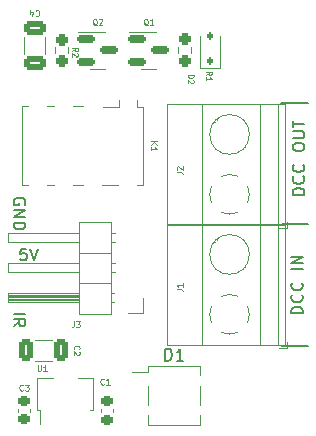
<source format=gbr>
%TF.GenerationSoftware,KiCad,Pcbnew,7.0.7*%
%TF.CreationDate,2023-09-06T14:49:37+02:00*%
%TF.ProjectId,keerlusRelais,6b656572-6c75-4735-9265-6c6169732e6b,rev?*%
%TF.SameCoordinates,Original*%
%TF.FileFunction,Legend,Top*%
%TF.FilePolarity,Positive*%
%FSLAX46Y46*%
G04 Gerber Fmt 4.6, Leading zero omitted, Abs format (unit mm)*
G04 Created by KiCad (PCBNEW 7.0.7) date 2023-09-06 14:49:37*
%MOMM*%
%LPD*%
G01*
G04 APERTURE LIST*
G04 Aperture macros list*
%AMRoundRect*
0 Rectangle with rounded corners*
0 $1 Rounding radius*
0 $2 $3 $4 $5 $6 $7 $8 $9 X,Y pos of 4 corners*
0 Add a 4 corners polygon primitive as box body*
4,1,4,$2,$3,$4,$5,$6,$7,$8,$9,$2,$3,0*
0 Add four circle primitives for the rounded corners*
1,1,$1+$1,$2,$3*
1,1,$1+$1,$4,$5*
1,1,$1+$1,$6,$7*
1,1,$1+$1,$8,$9*
0 Add four rect primitives between the rounded corners*
20,1,$1+$1,$2,$3,$4,$5,0*
20,1,$1+$1,$4,$5,$6,$7,0*
20,1,$1+$1,$6,$7,$8,$9,0*
20,1,$1+$1,$8,$9,$2,$3,0*%
%AMFreePoly0*
4,1,9,3.862500,-0.866500,0.737500,-0.866500,0.737500,-0.450000,-0.737500,-0.450000,-0.737500,0.450000,0.737500,0.450000,0.737500,0.866500,3.862500,0.866500,3.862500,-0.866500,3.862500,-0.866500,$1*%
G04 Aperture macros list end*
%ADD10C,0.150000*%
%ADD11C,0.075000*%
%ADD12C,0.120000*%
%ADD13R,2.600000X2.600000*%
%ADD14C,2.600000*%
%ADD15RoundRect,0.237500X-0.237500X0.250000X-0.237500X-0.250000X0.237500X-0.250000X0.237500X0.250000X0*%
%ADD16R,1.700000X1.700000*%
%ADD17O,1.700000X1.700000*%
%ADD18RoundRect,0.225000X-0.250000X0.225000X-0.250000X-0.225000X0.250000X-0.225000X0.250000X0.225000X0*%
%ADD19R,0.800000X1.800000*%
%ADD20RoundRect,0.237500X0.237500X-0.250000X0.237500X0.250000X-0.237500X0.250000X-0.237500X-0.250000X0*%
%ADD21RoundRect,0.150000X-0.587500X-0.150000X0.587500X-0.150000X0.587500X0.150000X-0.587500X0.150000X0*%
%ADD22RoundRect,0.250000X0.650000X-0.325000X0.650000X0.325000X-0.650000X0.325000X-0.650000X-0.325000X0*%
%ADD23R,1.000000X0.800000*%
%ADD24R,0.900000X1.300000*%
%ADD25FreePoly0,90.000000*%
%ADD26C,3.200000*%
%ADD27RoundRect,0.112500X0.112500X-0.187500X0.112500X0.187500X-0.112500X0.187500X-0.112500X-0.187500X0*%
%ADD28RoundRect,0.250000X-0.325000X-0.650000X0.325000X-0.650000X0.325000X0.650000X-0.325000X0.650000X0*%
G04 APERTURE END LIST*
D10*
X192024000Y-63373000D02*
X194310000Y-63373000D01*
X192151000Y-73660000D02*
X194310000Y-73660000D01*
X192151000Y-83947000D02*
X194310000Y-83947000D01*
X193925819Y-81197220D02*
X192925819Y-81197220D01*
X192925819Y-81197220D02*
X192925819Y-80959125D01*
X192925819Y-80959125D02*
X192973438Y-80816268D01*
X192973438Y-80816268D02*
X193068676Y-80721030D01*
X193068676Y-80721030D02*
X193163914Y-80673411D01*
X193163914Y-80673411D02*
X193354390Y-80625792D01*
X193354390Y-80625792D02*
X193497247Y-80625792D01*
X193497247Y-80625792D02*
X193687723Y-80673411D01*
X193687723Y-80673411D02*
X193782961Y-80721030D01*
X193782961Y-80721030D02*
X193878200Y-80816268D01*
X193878200Y-80816268D02*
X193925819Y-80959125D01*
X193925819Y-80959125D02*
X193925819Y-81197220D01*
X193830580Y-79625792D02*
X193878200Y-79673411D01*
X193878200Y-79673411D02*
X193925819Y-79816268D01*
X193925819Y-79816268D02*
X193925819Y-79911506D01*
X193925819Y-79911506D02*
X193878200Y-80054363D01*
X193878200Y-80054363D02*
X193782961Y-80149601D01*
X193782961Y-80149601D02*
X193687723Y-80197220D01*
X193687723Y-80197220D02*
X193497247Y-80244839D01*
X193497247Y-80244839D02*
X193354390Y-80244839D01*
X193354390Y-80244839D02*
X193163914Y-80197220D01*
X193163914Y-80197220D02*
X193068676Y-80149601D01*
X193068676Y-80149601D02*
X192973438Y-80054363D01*
X192973438Y-80054363D02*
X192925819Y-79911506D01*
X192925819Y-79911506D02*
X192925819Y-79816268D01*
X192925819Y-79816268D02*
X192973438Y-79673411D01*
X192973438Y-79673411D02*
X193021057Y-79625792D01*
X193830580Y-78625792D02*
X193878200Y-78673411D01*
X193878200Y-78673411D02*
X193925819Y-78816268D01*
X193925819Y-78816268D02*
X193925819Y-78911506D01*
X193925819Y-78911506D02*
X193878200Y-79054363D01*
X193878200Y-79054363D02*
X193782961Y-79149601D01*
X193782961Y-79149601D02*
X193687723Y-79197220D01*
X193687723Y-79197220D02*
X193497247Y-79244839D01*
X193497247Y-79244839D02*
X193354390Y-79244839D01*
X193354390Y-79244839D02*
X193163914Y-79197220D01*
X193163914Y-79197220D02*
X193068676Y-79149601D01*
X193068676Y-79149601D02*
X192973438Y-79054363D01*
X192973438Y-79054363D02*
X192925819Y-78911506D01*
X192925819Y-78911506D02*
X192925819Y-78816268D01*
X192925819Y-78816268D02*
X192973438Y-78673411D01*
X192973438Y-78673411D02*
X193021057Y-78625792D01*
X193925819Y-77435315D02*
X192925819Y-77435315D01*
X193925819Y-76959125D02*
X192925819Y-76959125D01*
X192925819Y-76959125D02*
X193925819Y-76387697D01*
X193925819Y-76387697D02*
X192925819Y-76387697D01*
X170484969Y-75704819D02*
X170008779Y-75704819D01*
X170008779Y-75704819D02*
X169961160Y-76181009D01*
X169961160Y-76181009D02*
X170008779Y-76133390D01*
X170008779Y-76133390D02*
X170104017Y-76085771D01*
X170104017Y-76085771D02*
X170342112Y-76085771D01*
X170342112Y-76085771D02*
X170437350Y-76133390D01*
X170437350Y-76133390D02*
X170484969Y-76181009D01*
X170484969Y-76181009D02*
X170532588Y-76276247D01*
X170532588Y-76276247D02*
X170532588Y-76514342D01*
X170532588Y-76514342D02*
X170484969Y-76609580D01*
X170484969Y-76609580D02*
X170437350Y-76657200D01*
X170437350Y-76657200D02*
X170342112Y-76704819D01*
X170342112Y-76704819D02*
X170104017Y-76704819D01*
X170104017Y-76704819D02*
X170008779Y-76657200D01*
X170008779Y-76657200D02*
X169961160Y-76609580D01*
X170818303Y-75704819D02*
X171151636Y-76704819D01*
X171151636Y-76704819D02*
X171484969Y-75704819D01*
X194052819Y-71164220D02*
X193052819Y-71164220D01*
X193052819Y-71164220D02*
X193052819Y-70926125D01*
X193052819Y-70926125D02*
X193100438Y-70783268D01*
X193100438Y-70783268D02*
X193195676Y-70688030D01*
X193195676Y-70688030D02*
X193290914Y-70640411D01*
X193290914Y-70640411D02*
X193481390Y-70592792D01*
X193481390Y-70592792D02*
X193624247Y-70592792D01*
X193624247Y-70592792D02*
X193814723Y-70640411D01*
X193814723Y-70640411D02*
X193909961Y-70688030D01*
X193909961Y-70688030D02*
X194005200Y-70783268D01*
X194005200Y-70783268D02*
X194052819Y-70926125D01*
X194052819Y-70926125D02*
X194052819Y-71164220D01*
X193957580Y-69592792D02*
X194005200Y-69640411D01*
X194005200Y-69640411D02*
X194052819Y-69783268D01*
X194052819Y-69783268D02*
X194052819Y-69878506D01*
X194052819Y-69878506D02*
X194005200Y-70021363D01*
X194005200Y-70021363D02*
X193909961Y-70116601D01*
X193909961Y-70116601D02*
X193814723Y-70164220D01*
X193814723Y-70164220D02*
X193624247Y-70211839D01*
X193624247Y-70211839D02*
X193481390Y-70211839D01*
X193481390Y-70211839D02*
X193290914Y-70164220D01*
X193290914Y-70164220D02*
X193195676Y-70116601D01*
X193195676Y-70116601D02*
X193100438Y-70021363D01*
X193100438Y-70021363D02*
X193052819Y-69878506D01*
X193052819Y-69878506D02*
X193052819Y-69783268D01*
X193052819Y-69783268D02*
X193100438Y-69640411D01*
X193100438Y-69640411D02*
X193148057Y-69592792D01*
X193957580Y-68592792D02*
X194005200Y-68640411D01*
X194005200Y-68640411D02*
X194052819Y-68783268D01*
X194052819Y-68783268D02*
X194052819Y-68878506D01*
X194052819Y-68878506D02*
X194005200Y-69021363D01*
X194005200Y-69021363D02*
X193909961Y-69116601D01*
X193909961Y-69116601D02*
X193814723Y-69164220D01*
X193814723Y-69164220D02*
X193624247Y-69211839D01*
X193624247Y-69211839D02*
X193481390Y-69211839D01*
X193481390Y-69211839D02*
X193290914Y-69164220D01*
X193290914Y-69164220D02*
X193195676Y-69116601D01*
X193195676Y-69116601D02*
X193100438Y-69021363D01*
X193100438Y-69021363D02*
X193052819Y-68878506D01*
X193052819Y-68878506D02*
X193052819Y-68783268D01*
X193052819Y-68783268D02*
X193100438Y-68640411D01*
X193100438Y-68640411D02*
X193148057Y-68592792D01*
X193052819Y-67211839D02*
X193052819Y-67021363D01*
X193052819Y-67021363D02*
X193100438Y-66926125D01*
X193100438Y-66926125D02*
X193195676Y-66830887D01*
X193195676Y-66830887D02*
X193386152Y-66783268D01*
X193386152Y-66783268D02*
X193719485Y-66783268D01*
X193719485Y-66783268D02*
X193909961Y-66830887D01*
X193909961Y-66830887D02*
X194005200Y-66926125D01*
X194005200Y-66926125D02*
X194052819Y-67021363D01*
X194052819Y-67021363D02*
X194052819Y-67211839D01*
X194052819Y-67211839D02*
X194005200Y-67307077D01*
X194005200Y-67307077D02*
X193909961Y-67402315D01*
X193909961Y-67402315D02*
X193719485Y-67449934D01*
X193719485Y-67449934D02*
X193386152Y-67449934D01*
X193386152Y-67449934D02*
X193195676Y-67402315D01*
X193195676Y-67402315D02*
X193100438Y-67307077D01*
X193100438Y-67307077D02*
X193052819Y-67211839D01*
X193052819Y-66354696D02*
X193862342Y-66354696D01*
X193862342Y-66354696D02*
X193957580Y-66307077D01*
X193957580Y-66307077D02*
X194005200Y-66259458D01*
X194005200Y-66259458D02*
X194052819Y-66164220D01*
X194052819Y-66164220D02*
X194052819Y-65973744D01*
X194052819Y-65973744D02*
X194005200Y-65878506D01*
X194005200Y-65878506D02*
X193957580Y-65830887D01*
X193957580Y-65830887D02*
X193862342Y-65783268D01*
X193862342Y-65783268D02*
X193052819Y-65783268D01*
X193052819Y-65449934D02*
X193052819Y-64878506D01*
X194052819Y-65164220D02*
X193052819Y-65164220D01*
X170373561Y-71980588D02*
X170421180Y-71885350D01*
X170421180Y-71885350D02*
X170421180Y-71742493D01*
X170421180Y-71742493D02*
X170373561Y-71599636D01*
X170373561Y-71599636D02*
X170278323Y-71504398D01*
X170278323Y-71504398D02*
X170183085Y-71456779D01*
X170183085Y-71456779D02*
X169992609Y-71409160D01*
X169992609Y-71409160D02*
X169849752Y-71409160D01*
X169849752Y-71409160D02*
X169659276Y-71456779D01*
X169659276Y-71456779D02*
X169564038Y-71504398D01*
X169564038Y-71504398D02*
X169468800Y-71599636D01*
X169468800Y-71599636D02*
X169421180Y-71742493D01*
X169421180Y-71742493D02*
X169421180Y-71837731D01*
X169421180Y-71837731D02*
X169468800Y-71980588D01*
X169468800Y-71980588D02*
X169516419Y-72028207D01*
X169516419Y-72028207D02*
X169849752Y-72028207D01*
X169849752Y-72028207D02*
X169849752Y-71837731D01*
X169421180Y-72456779D02*
X170421180Y-72456779D01*
X170421180Y-72456779D02*
X169421180Y-73028207D01*
X169421180Y-73028207D02*
X170421180Y-73028207D01*
X169421180Y-73504398D02*
X170421180Y-73504398D01*
X170421180Y-73504398D02*
X170421180Y-73742493D01*
X170421180Y-73742493D02*
X170373561Y-73885350D01*
X170373561Y-73885350D02*
X170278323Y-73980588D01*
X170278323Y-73980588D02*
X170183085Y-74028207D01*
X170183085Y-74028207D02*
X169992609Y-74075826D01*
X169992609Y-74075826D02*
X169849752Y-74075826D01*
X169849752Y-74075826D02*
X169659276Y-74028207D01*
X169659276Y-74028207D02*
X169564038Y-73980588D01*
X169564038Y-73980588D02*
X169468800Y-73885350D01*
X169468800Y-73885350D02*
X169421180Y-73742493D01*
X169421180Y-73742493D02*
X169421180Y-73504398D01*
X169421180Y-81235779D02*
X170421180Y-81235779D01*
X169421180Y-82283397D02*
X169897371Y-81950064D01*
X169421180Y-81711969D02*
X170421180Y-81711969D01*
X170421180Y-81711969D02*
X170421180Y-82092921D01*
X170421180Y-82092921D02*
X170373561Y-82188159D01*
X170373561Y-82188159D02*
X170325942Y-82235778D01*
X170325942Y-82235778D02*
X170230704Y-82283397D01*
X170230704Y-82283397D02*
X170087847Y-82283397D01*
X170087847Y-82283397D02*
X169992609Y-82235778D01*
X169992609Y-82235778D02*
X169944990Y-82188159D01*
X169944990Y-82188159D02*
X169897371Y-82092921D01*
X169897371Y-82092921D02*
X169897371Y-81711969D01*
D11*
X183226409Y-79153666D02*
X183583552Y-79153666D01*
X183583552Y-79153666D02*
X183654980Y-79177475D01*
X183654980Y-79177475D02*
X183702600Y-79225094D01*
X183702600Y-79225094D02*
X183726409Y-79296523D01*
X183726409Y-79296523D02*
X183726409Y-79344142D01*
X183726409Y-78653666D02*
X183726409Y-78939380D01*
X183726409Y-78796523D02*
X183226409Y-78796523D01*
X183226409Y-78796523D02*
X183297838Y-78844142D01*
X183297838Y-78844142D02*
X183345457Y-78891761D01*
X183345457Y-78891761D02*
X183369266Y-78939380D01*
X174379590Y-58994666D02*
X174617685Y-58828000D01*
X174379590Y-58708952D02*
X174879590Y-58708952D01*
X174879590Y-58708952D02*
X174879590Y-58899428D01*
X174879590Y-58899428D02*
X174855780Y-58947047D01*
X174855780Y-58947047D02*
X174831971Y-58970857D01*
X174831971Y-58970857D02*
X174784352Y-58994666D01*
X174784352Y-58994666D02*
X174712923Y-58994666D01*
X174712923Y-58994666D02*
X174665304Y-58970857D01*
X174665304Y-58970857D02*
X174641495Y-58947047D01*
X174641495Y-58947047D02*
X174617685Y-58899428D01*
X174617685Y-58899428D02*
X174617685Y-58708952D01*
X174831971Y-59185143D02*
X174855780Y-59208952D01*
X174855780Y-59208952D02*
X174879590Y-59256571D01*
X174879590Y-59256571D02*
X174879590Y-59375619D01*
X174879590Y-59375619D02*
X174855780Y-59423238D01*
X174855780Y-59423238D02*
X174831971Y-59447047D01*
X174831971Y-59447047D02*
X174784352Y-59470857D01*
X174784352Y-59470857D02*
X174736733Y-59470857D01*
X174736733Y-59470857D02*
X174665304Y-59447047D01*
X174665304Y-59447047D02*
X174379590Y-59161333D01*
X174379590Y-59161333D02*
X174379590Y-59470857D01*
X183226409Y-69247666D02*
X183583552Y-69247666D01*
X183583552Y-69247666D02*
X183654980Y-69271475D01*
X183654980Y-69271475D02*
X183702600Y-69319094D01*
X183702600Y-69319094D02*
X183726409Y-69390523D01*
X183726409Y-69390523D02*
X183726409Y-69438142D01*
X183274028Y-69033380D02*
X183250219Y-69009571D01*
X183250219Y-69009571D02*
X183226409Y-68961952D01*
X183226409Y-68961952D02*
X183226409Y-68842904D01*
X183226409Y-68842904D02*
X183250219Y-68795285D01*
X183250219Y-68795285D02*
X183274028Y-68771476D01*
X183274028Y-68771476D02*
X183321647Y-68747666D01*
X183321647Y-68747666D02*
X183369266Y-68747666D01*
X183369266Y-68747666D02*
X183440695Y-68771476D01*
X183440695Y-68771476D02*
X183726409Y-69057190D01*
X183726409Y-69057190D02*
X183726409Y-68747666D01*
X174518333Y-81880409D02*
X174518333Y-82237552D01*
X174518333Y-82237552D02*
X174494524Y-82308980D01*
X174494524Y-82308980D02*
X174446905Y-82356600D01*
X174446905Y-82356600D02*
X174375476Y-82380409D01*
X174375476Y-82380409D02*
X174327857Y-82380409D01*
X174708809Y-81880409D02*
X175018333Y-81880409D01*
X175018333Y-81880409D02*
X174851666Y-82070885D01*
X174851666Y-82070885D02*
X174923095Y-82070885D01*
X174923095Y-82070885D02*
X174970714Y-82094695D01*
X174970714Y-82094695D02*
X174994523Y-82118504D01*
X174994523Y-82118504D02*
X175018333Y-82166123D01*
X175018333Y-82166123D02*
X175018333Y-82285171D01*
X175018333Y-82285171D02*
X174994523Y-82332790D01*
X174994523Y-82332790D02*
X174970714Y-82356600D01*
X174970714Y-82356600D02*
X174923095Y-82380409D01*
X174923095Y-82380409D02*
X174780238Y-82380409D01*
X174780238Y-82380409D02*
X174732619Y-82356600D01*
X174732619Y-82356600D02*
X174708809Y-82332790D01*
X170223666Y-87682790D02*
X170199857Y-87706600D01*
X170199857Y-87706600D02*
X170128428Y-87730409D01*
X170128428Y-87730409D02*
X170080809Y-87730409D01*
X170080809Y-87730409D02*
X170009381Y-87706600D01*
X170009381Y-87706600D02*
X169961762Y-87658980D01*
X169961762Y-87658980D02*
X169937952Y-87611361D01*
X169937952Y-87611361D02*
X169914143Y-87516123D01*
X169914143Y-87516123D02*
X169914143Y-87444695D01*
X169914143Y-87444695D02*
X169937952Y-87349457D01*
X169937952Y-87349457D02*
X169961762Y-87301838D01*
X169961762Y-87301838D02*
X170009381Y-87254219D01*
X170009381Y-87254219D02*
X170080809Y-87230409D01*
X170080809Y-87230409D02*
X170128428Y-87230409D01*
X170128428Y-87230409D02*
X170199857Y-87254219D01*
X170199857Y-87254219D02*
X170223666Y-87278028D01*
X170390333Y-87230409D02*
X170699857Y-87230409D01*
X170699857Y-87230409D02*
X170533190Y-87420885D01*
X170533190Y-87420885D02*
X170604619Y-87420885D01*
X170604619Y-87420885D02*
X170652238Y-87444695D01*
X170652238Y-87444695D02*
X170676047Y-87468504D01*
X170676047Y-87468504D02*
X170699857Y-87516123D01*
X170699857Y-87516123D02*
X170699857Y-87635171D01*
X170699857Y-87635171D02*
X170676047Y-87682790D01*
X170676047Y-87682790D02*
X170652238Y-87706600D01*
X170652238Y-87706600D02*
X170604619Y-87730409D01*
X170604619Y-87730409D02*
X170461762Y-87730409D01*
X170461762Y-87730409D02*
X170414143Y-87706600D01*
X170414143Y-87706600D02*
X170390333Y-87682790D01*
X181042590Y-66630952D02*
X181542590Y-66630952D01*
X181042590Y-66916666D02*
X181328304Y-66702381D01*
X181542590Y-66916666D02*
X181256876Y-66630952D01*
X181042590Y-67392857D02*
X181042590Y-67107143D01*
X181042590Y-67250000D02*
X181542590Y-67250000D01*
X181542590Y-67250000D02*
X181471161Y-67202381D01*
X181471161Y-67202381D02*
X181423542Y-67154762D01*
X181423542Y-67154762D02*
X181399733Y-67107143D01*
X185700590Y-61003666D02*
X185938685Y-60837000D01*
X185700590Y-60717952D02*
X186200590Y-60717952D01*
X186200590Y-60717952D02*
X186200590Y-60908428D01*
X186200590Y-60908428D02*
X186176780Y-60956047D01*
X186176780Y-60956047D02*
X186152971Y-60979857D01*
X186152971Y-60979857D02*
X186105352Y-61003666D01*
X186105352Y-61003666D02*
X186033923Y-61003666D01*
X186033923Y-61003666D02*
X185986304Y-60979857D01*
X185986304Y-60979857D02*
X185962495Y-60956047D01*
X185962495Y-60956047D02*
X185938685Y-60908428D01*
X185938685Y-60908428D02*
X185938685Y-60717952D01*
X185700590Y-61479857D02*
X185700590Y-61194143D01*
X185700590Y-61337000D02*
X186200590Y-61337000D01*
X186200590Y-61337000D02*
X186129161Y-61289381D01*
X186129161Y-61289381D02*
X186081542Y-61241762D01*
X186081542Y-61241762D02*
X186057733Y-61194143D01*
X176482380Y-56803028D02*
X176434761Y-56779219D01*
X176434761Y-56779219D02*
X176387142Y-56731600D01*
X176387142Y-56731600D02*
X176315714Y-56660171D01*
X176315714Y-56660171D02*
X176268095Y-56636361D01*
X176268095Y-56636361D02*
X176220476Y-56636361D01*
X176244285Y-56755409D02*
X176196666Y-56731600D01*
X176196666Y-56731600D02*
X176149047Y-56683980D01*
X176149047Y-56683980D02*
X176125238Y-56588742D01*
X176125238Y-56588742D02*
X176125238Y-56422076D01*
X176125238Y-56422076D02*
X176149047Y-56326838D01*
X176149047Y-56326838D02*
X176196666Y-56279219D01*
X176196666Y-56279219D02*
X176244285Y-56255409D01*
X176244285Y-56255409D02*
X176339523Y-56255409D01*
X176339523Y-56255409D02*
X176387142Y-56279219D01*
X176387142Y-56279219D02*
X176434761Y-56326838D01*
X176434761Y-56326838D02*
X176458571Y-56422076D01*
X176458571Y-56422076D02*
X176458571Y-56588742D01*
X176458571Y-56588742D02*
X176434761Y-56683980D01*
X176434761Y-56683980D02*
X176387142Y-56731600D01*
X176387142Y-56731600D02*
X176339523Y-56755409D01*
X176339523Y-56755409D02*
X176244285Y-56755409D01*
X176649048Y-56303028D02*
X176672857Y-56279219D01*
X176672857Y-56279219D02*
X176720476Y-56255409D01*
X176720476Y-56255409D02*
X176839524Y-56255409D01*
X176839524Y-56255409D02*
X176887143Y-56279219D01*
X176887143Y-56279219D02*
X176910952Y-56303028D01*
X176910952Y-56303028D02*
X176934762Y-56350647D01*
X176934762Y-56350647D02*
X176934762Y-56398266D01*
X176934762Y-56398266D02*
X176910952Y-56469695D01*
X176910952Y-56469695D02*
X176625238Y-56755409D01*
X176625238Y-56755409D02*
X176934762Y-56755409D01*
X171279333Y-55573209D02*
X171303142Y-55549400D01*
X171303142Y-55549400D02*
X171374571Y-55525590D01*
X171374571Y-55525590D02*
X171422190Y-55525590D01*
X171422190Y-55525590D02*
X171493618Y-55549400D01*
X171493618Y-55549400D02*
X171541237Y-55597019D01*
X171541237Y-55597019D02*
X171565047Y-55644638D01*
X171565047Y-55644638D02*
X171588856Y-55739876D01*
X171588856Y-55739876D02*
X171588856Y-55811304D01*
X171588856Y-55811304D02*
X171565047Y-55906542D01*
X171565047Y-55906542D02*
X171541237Y-55954161D01*
X171541237Y-55954161D02*
X171493618Y-56001780D01*
X171493618Y-56001780D02*
X171422190Y-56025590D01*
X171422190Y-56025590D02*
X171374571Y-56025590D01*
X171374571Y-56025590D02*
X171303142Y-56001780D01*
X171303142Y-56001780D02*
X171279333Y-55977971D01*
X170850761Y-55858923D02*
X170850761Y-55525590D01*
X170969809Y-56049400D02*
X171088856Y-55692257D01*
X171088856Y-55692257D02*
X170779333Y-55692257D01*
X177081666Y-87174790D02*
X177057857Y-87198600D01*
X177057857Y-87198600D02*
X176986428Y-87222409D01*
X176986428Y-87222409D02*
X176938809Y-87222409D01*
X176938809Y-87222409D02*
X176867381Y-87198600D01*
X176867381Y-87198600D02*
X176819762Y-87150980D01*
X176819762Y-87150980D02*
X176795952Y-87103361D01*
X176795952Y-87103361D02*
X176772143Y-87008123D01*
X176772143Y-87008123D02*
X176772143Y-86936695D01*
X176772143Y-86936695D02*
X176795952Y-86841457D01*
X176795952Y-86841457D02*
X176819762Y-86793838D01*
X176819762Y-86793838D02*
X176867381Y-86746219D01*
X176867381Y-86746219D02*
X176938809Y-86722409D01*
X176938809Y-86722409D02*
X176986428Y-86722409D01*
X176986428Y-86722409D02*
X177057857Y-86746219D01*
X177057857Y-86746219D02*
X177081666Y-86770028D01*
X177557857Y-87222409D02*
X177272143Y-87222409D01*
X177415000Y-87222409D02*
X177415000Y-86722409D01*
X177415000Y-86722409D02*
X177367381Y-86793838D01*
X177367381Y-86793838D02*
X177319762Y-86841457D01*
X177319762Y-86841457D02*
X177272143Y-86865266D01*
D10*
X182268905Y-85192819D02*
X182268905Y-84192819D01*
X182268905Y-84192819D02*
X182507000Y-84192819D01*
X182507000Y-84192819D02*
X182649857Y-84240438D01*
X182649857Y-84240438D02*
X182745095Y-84335676D01*
X182745095Y-84335676D02*
X182792714Y-84430914D01*
X182792714Y-84430914D02*
X182840333Y-84621390D01*
X182840333Y-84621390D02*
X182840333Y-84764247D01*
X182840333Y-84764247D02*
X182792714Y-84954723D01*
X182792714Y-84954723D02*
X182745095Y-85049961D01*
X182745095Y-85049961D02*
X182649857Y-85145200D01*
X182649857Y-85145200D02*
X182507000Y-85192819D01*
X182507000Y-85192819D02*
X182268905Y-85192819D01*
X183792714Y-85192819D02*
X183221286Y-85192819D01*
X183507000Y-85192819D02*
X183507000Y-84192819D01*
X183507000Y-84192819D02*
X183411762Y-84335676D01*
X183411762Y-84335676D02*
X183316524Y-84430914D01*
X183316524Y-84430914D02*
X183221286Y-84478533D01*
D11*
X171450047Y-85579409D02*
X171450047Y-85984171D01*
X171450047Y-85984171D02*
X171473857Y-86031790D01*
X171473857Y-86031790D02*
X171497666Y-86055600D01*
X171497666Y-86055600D02*
X171545285Y-86079409D01*
X171545285Y-86079409D02*
X171640523Y-86079409D01*
X171640523Y-86079409D02*
X171688142Y-86055600D01*
X171688142Y-86055600D02*
X171711952Y-86031790D01*
X171711952Y-86031790D02*
X171735761Y-85984171D01*
X171735761Y-85984171D02*
X171735761Y-85579409D01*
X172235762Y-86079409D02*
X171950048Y-86079409D01*
X172092905Y-86079409D02*
X172092905Y-85579409D01*
X172092905Y-85579409D02*
X172045286Y-85650838D01*
X172045286Y-85650838D02*
X171997667Y-85698457D01*
X171997667Y-85698457D02*
X171950048Y-85722266D01*
X184176590Y-60971952D02*
X184676590Y-60971952D01*
X184676590Y-60971952D02*
X184676590Y-61091000D01*
X184676590Y-61091000D02*
X184652780Y-61162428D01*
X184652780Y-61162428D02*
X184605161Y-61210047D01*
X184605161Y-61210047D02*
X184557542Y-61233857D01*
X184557542Y-61233857D02*
X184462304Y-61257666D01*
X184462304Y-61257666D02*
X184390876Y-61257666D01*
X184390876Y-61257666D02*
X184295638Y-61233857D01*
X184295638Y-61233857D02*
X184248019Y-61210047D01*
X184248019Y-61210047D02*
X184200400Y-61162428D01*
X184200400Y-61162428D02*
X184176590Y-61091000D01*
X184176590Y-61091000D02*
X184176590Y-60971952D01*
X184628971Y-61448143D02*
X184652780Y-61471952D01*
X184652780Y-61471952D02*
X184676590Y-61519571D01*
X184676590Y-61519571D02*
X184676590Y-61638619D01*
X184676590Y-61638619D02*
X184652780Y-61686238D01*
X184652780Y-61686238D02*
X184628971Y-61710047D01*
X184628971Y-61710047D02*
X184581352Y-61733857D01*
X184581352Y-61733857D02*
X184533733Y-61733857D01*
X184533733Y-61733857D02*
X184462304Y-61710047D01*
X184462304Y-61710047D02*
X184176590Y-61424333D01*
X184176590Y-61424333D02*
X184176590Y-61733857D01*
X174572209Y-84244666D02*
X174548400Y-84220857D01*
X174548400Y-84220857D02*
X174524590Y-84149428D01*
X174524590Y-84149428D02*
X174524590Y-84101809D01*
X174524590Y-84101809D02*
X174548400Y-84030381D01*
X174548400Y-84030381D02*
X174596019Y-83982762D01*
X174596019Y-83982762D02*
X174643638Y-83958952D01*
X174643638Y-83958952D02*
X174738876Y-83935143D01*
X174738876Y-83935143D02*
X174810304Y-83935143D01*
X174810304Y-83935143D02*
X174905542Y-83958952D01*
X174905542Y-83958952D02*
X174953161Y-83982762D01*
X174953161Y-83982762D02*
X175000780Y-84030381D01*
X175000780Y-84030381D02*
X175024590Y-84101809D01*
X175024590Y-84101809D02*
X175024590Y-84149428D01*
X175024590Y-84149428D02*
X175000780Y-84220857D01*
X175000780Y-84220857D02*
X174976971Y-84244666D01*
X174976971Y-84435143D02*
X175000780Y-84458952D01*
X175000780Y-84458952D02*
X175024590Y-84506571D01*
X175024590Y-84506571D02*
X175024590Y-84625619D01*
X175024590Y-84625619D02*
X175000780Y-84673238D01*
X175000780Y-84673238D02*
X174976971Y-84697047D01*
X174976971Y-84697047D02*
X174929352Y-84720857D01*
X174929352Y-84720857D02*
X174881733Y-84720857D01*
X174881733Y-84720857D02*
X174810304Y-84697047D01*
X174810304Y-84697047D02*
X174524590Y-84411333D01*
X174524590Y-84411333D02*
X174524590Y-84720857D01*
X180800380Y-56803028D02*
X180752761Y-56779219D01*
X180752761Y-56779219D02*
X180705142Y-56731600D01*
X180705142Y-56731600D02*
X180633714Y-56660171D01*
X180633714Y-56660171D02*
X180586095Y-56636361D01*
X180586095Y-56636361D02*
X180538476Y-56636361D01*
X180562285Y-56755409D02*
X180514666Y-56731600D01*
X180514666Y-56731600D02*
X180467047Y-56683980D01*
X180467047Y-56683980D02*
X180443238Y-56588742D01*
X180443238Y-56588742D02*
X180443238Y-56422076D01*
X180443238Y-56422076D02*
X180467047Y-56326838D01*
X180467047Y-56326838D02*
X180514666Y-56279219D01*
X180514666Y-56279219D02*
X180562285Y-56255409D01*
X180562285Y-56255409D02*
X180657523Y-56255409D01*
X180657523Y-56255409D02*
X180705142Y-56279219D01*
X180705142Y-56279219D02*
X180752761Y-56326838D01*
X180752761Y-56326838D02*
X180776571Y-56422076D01*
X180776571Y-56422076D02*
X180776571Y-56588742D01*
X180776571Y-56588742D02*
X180752761Y-56683980D01*
X180752761Y-56683980D02*
X180705142Y-56731600D01*
X180705142Y-56731600D02*
X180657523Y-56755409D01*
X180657523Y-56755409D02*
X180562285Y-56755409D01*
X181252762Y-56755409D02*
X180967048Y-56755409D01*
X181109905Y-56755409D02*
X181109905Y-56255409D01*
X181109905Y-56255409D02*
X181062286Y-56326838D01*
X181062286Y-56326838D02*
X181014667Y-56374457D01*
X181014667Y-56374457D02*
X180967048Y-56398266D01*
D12*
%TO.C,J1*%
X191866000Y-84120000D02*
X192606000Y-84120000D01*
X192606000Y-84120000D02*
X192606000Y-83620000D01*
X182445000Y-83880000D02*
X192366000Y-83880000D01*
X182445000Y-83880000D02*
X182445000Y-73600000D01*
X185405000Y-83880000D02*
X185405000Y-73600000D01*
X190306000Y-83880000D02*
X190306000Y-73600000D01*
X191806000Y-83880000D02*
X191806000Y-73600000D01*
X192366000Y-83880000D02*
X192366000Y-73600000D01*
X188729000Y-77427000D02*
X188775000Y-77474000D01*
X188945000Y-77234000D02*
X188980000Y-77269000D01*
X186431000Y-75130000D02*
X186467000Y-75165000D01*
X186637000Y-74925000D02*
X186683000Y-74972000D01*
X182445000Y-73600000D02*
X192366000Y-73600000D01*
X187022001Y-82814999D02*
G75*
G03*
X188389042Y-82815426I684000J1534992D01*
G01*
X186171001Y-80596001D02*
G75*
G03*
X186170574Y-81963042I1534992J-684000D01*
G01*
X189240999Y-81964000D02*
G75*
G03*
X189386252Y-81251195I-1535000J683999D01*
G01*
X189385999Y-81280000D02*
G75*
G03*
X189240755Y-80596682I-1679999J0D01*
G01*
X188390000Y-79745000D02*
G75*
G03*
X187022958Y-79744574I-684000J-1535000D01*
G01*
X189386000Y-76200000D02*
G75*
G03*
X189386000Y-76200000I-1680000J0D01*
G01*
%TO.C,R2*%
X174004500Y-58673276D02*
X174004500Y-59182724D01*
X172959500Y-58673276D02*
X172959500Y-59182724D01*
%TO.C,J2*%
X191866000Y-73960000D02*
X192606000Y-73960000D01*
X192606000Y-73960000D02*
X192606000Y-73460000D01*
X182445000Y-73720000D02*
X192366000Y-73720000D01*
X182445000Y-73720000D02*
X182445000Y-63440000D01*
X185405000Y-73720000D02*
X185405000Y-63440000D01*
X190306000Y-73720000D02*
X190306000Y-63440000D01*
X191806000Y-73720000D02*
X191806000Y-63440000D01*
X192366000Y-73720000D02*
X192366000Y-63440000D01*
X188729000Y-67267000D02*
X188775000Y-67314000D01*
X188945000Y-67074000D02*
X188980000Y-67109000D01*
X186431000Y-64970000D02*
X186467000Y-65005000D01*
X186637000Y-64765000D02*
X186683000Y-64812000D01*
X182445000Y-63440000D02*
X192366000Y-63440000D01*
X187022001Y-72654999D02*
G75*
G03*
X188389042Y-72655426I684000J1534992D01*
G01*
X186171001Y-70436001D02*
G75*
G03*
X186170574Y-71803042I1534992J-684000D01*
G01*
X189240999Y-71804000D02*
G75*
G03*
X189386252Y-71091195I-1535000J683999D01*
G01*
X189385999Y-71120000D02*
G75*
G03*
X189240755Y-70436682I-1679999J0D01*
G01*
X188390000Y-69585000D02*
G75*
G03*
X187022958Y-69584574I-684000J-1535000D01*
G01*
X189386000Y-66040000D02*
G75*
G03*
X189386000Y-66040000I-1680000J0D01*
G01*
%TO.C,J3*%
X180340000Y-81153000D02*
X179070000Y-81153000D01*
X180340000Y-79883000D02*
X180340000Y-81153000D01*
X178027071Y-77723000D02*
X177630000Y-77723000D01*
X178027071Y-76963000D02*
X177630000Y-76963000D01*
X178027071Y-75183000D02*
X177630000Y-75183000D01*
X178027071Y-74423000D02*
X177630000Y-74423000D01*
X177960000Y-80263000D02*
X177630000Y-80263000D01*
X177960000Y-79503000D02*
X177630000Y-79503000D01*
X177630000Y-81213000D02*
X177630000Y-73473000D01*
X177630000Y-78613000D02*
X174970000Y-78613000D01*
X177630000Y-76073000D02*
X174970000Y-76073000D01*
X177630000Y-73473000D02*
X174970000Y-73473000D01*
X174970000Y-81213000D02*
X177630000Y-81213000D01*
X174970000Y-80263000D02*
X168970000Y-80263000D01*
X174970000Y-80203000D02*
X168970000Y-80203000D01*
X174970000Y-80083000D02*
X168970000Y-80083000D01*
X174970000Y-79963000D02*
X168970000Y-79963000D01*
X174970000Y-79843000D02*
X168970000Y-79843000D01*
X174970000Y-79723000D02*
X168970000Y-79723000D01*
X174970000Y-79603000D02*
X168970000Y-79603000D01*
X174970000Y-77723000D02*
X168970000Y-77723000D01*
X174970000Y-75183000D02*
X168970000Y-75183000D01*
X174970000Y-73473000D02*
X174970000Y-81213000D01*
X168970000Y-80263000D02*
X168970000Y-79503000D01*
X168970000Y-79503000D02*
X174970000Y-79503000D01*
X168970000Y-77723000D02*
X168970000Y-76963000D01*
X168970000Y-76963000D02*
X174970000Y-76963000D01*
X168970000Y-75183000D02*
X168970000Y-74423000D01*
X168970000Y-74423000D02*
X174970000Y-74423000D01*
%TO.C,C3*%
X170817000Y-89254420D02*
X170817000Y-89535580D01*
X169797000Y-89254420D02*
X169797000Y-89535580D01*
%TO.C,K1*%
X174470000Y-63660000D02*
X175270000Y-63660000D01*
X172270000Y-63660000D02*
X172870000Y-63660000D01*
X170170000Y-63660000D02*
X170670000Y-63660000D01*
X180360000Y-63700000D02*
X179860000Y-63700000D01*
X180360000Y-63700000D02*
X180370000Y-70360000D01*
X179860000Y-63700000D02*
X179860000Y-63100000D01*
X178360000Y-63700000D02*
X178360000Y-63100000D01*
X176960000Y-63700000D02*
X178360000Y-63700000D01*
X180370000Y-70360000D02*
X179870000Y-70360000D01*
X178270000Y-70360000D02*
X176870000Y-70360000D01*
X175270000Y-70360000D02*
X174470000Y-70360000D01*
X172870000Y-70360000D02*
X172270000Y-70360000D01*
X170670000Y-70360000D02*
X170170000Y-70360000D01*
X170170000Y-70360000D02*
X170170000Y-63660000D01*
%TO.C,R1*%
X183373500Y-59159224D02*
X183373500Y-58649776D01*
X184418500Y-59159224D02*
X184418500Y-58649776D01*
%TO.C,Q2*%
X176530000Y-57368000D02*
X174855000Y-57368000D01*
X176530000Y-57368000D02*
X177180000Y-57368000D01*
X176530000Y-60488000D02*
X175880000Y-60488000D01*
X176530000Y-60488000D02*
X177180000Y-60488000D01*
%TO.C,C4*%
X170286000Y-59258252D02*
X170286000Y-57835748D01*
X172106000Y-59258252D02*
X172106000Y-57835748D01*
%TO.C,C1*%
X177802000Y-89267420D02*
X177802000Y-89548580D01*
X176782000Y-89267420D02*
X176782000Y-89548580D01*
%TO.C,D1*%
X180807000Y-85638000D02*
X180807000Y-86138000D01*
X180807000Y-86138000D02*
X179407000Y-86138000D01*
X180807000Y-87338000D02*
X180807000Y-88938000D01*
X180807000Y-90638000D02*
X180807000Y-89838000D01*
X185207000Y-85638000D02*
X180807000Y-85638000D01*
X185207000Y-86438000D02*
X185207000Y-85638000D01*
X185207000Y-87338000D02*
X185207000Y-88938000D01*
X185207000Y-89838000D02*
X185207000Y-90638000D01*
X185207000Y-90638000D02*
X180807000Y-90638000D01*
%TO.C,U1*%
X171664000Y-90526500D02*
X171664000Y-89386500D01*
X171434000Y-89386500D02*
X171664000Y-89386500D01*
X171434000Y-89386500D02*
X171434000Y-86666500D01*
X176154000Y-89386500D02*
X175924000Y-89386500D01*
X171434000Y-86666500D02*
X172744000Y-86666500D01*
X174844000Y-86666500D02*
X176154000Y-86666500D01*
X176154000Y-86666500D02*
X176154000Y-89386500D01*
%TO.C,D2*%
X185205000Y-60411000D02*
X186905000Y-60411000D01*
X185205000Y-60411000D02*
X185205000Y-57751000D01*
X186905000Y-60411000D02*
X186905000Y-57751000D01*
%TO.C,C2*%
X171246748Y-83418000D02*
X172669252Y-83418000D01*
X171246748Y-85238000D02*
X172669252Y-85238000D01*
%TO.C,Q1*%
X180848000Y-57368000D02*
X179173000Y-57368000D01*
X180848000Y-57368000D02*
X181498000Y-57368000D01*
X180848000Y-60488000D02*
X180198000Y-60488000D01*
X180848000Y-60488000D02*
X181498000Y-60488000D01*
%TD*%
%LPC*%
D13*
%TO.C,J1*%
X187706000Y-81280000D03*
D14*
X187706000Y-76200000D03*
%TD*%
D15*
%TO.C,R2*%
X173482000Y-58015500D03*
X173482000Y-59840500D03*
%TD*%
D13*
%TO.C,J2*%
X187706000Y-71120000D03*
D14*
X187706000Y-66040000D03*
%TD*%
D16*
%TO.C,J3*%
X179070000Y-79883000D03*
D17*
X179070000Y-77343000D03*
X179070000Y-74803000D03*
%TD*%
D18*
%TO.C,C3*%
X170307000Y-88620000D03*
X170307000Y-90170000D03*
%TD*%
D19*
%TO.C,K1*%
X179070000Y-63500000D03*
X175870000Y-63500000D03*
X173670000Y-63500000D03*
X171470000Y-63500000D03*
X171470000Y-70500000D03*
X173670000Y-70500000D03*
X175870000Y-70500000D03*
X179070000Y-70500000D03*
%TD*%
D20*
%TO.C,R1*%
X183896000Y-59817000D03*
X183896000Y-57992000D03*
%TD*%
D21*
%TO.C,Q2*%
X175592500Y-57978000D03*
X175592500Y-59878000D03*
X177467500Y-58928000D03*
%TD*%
D22*
%TO.C,C4*%
X171196000Y-60022000D03*
X171196000Y-57072000D03*
%TD*%
D18*
%TO.C,C1*%
X177292000Y-88633000D03*
X177292000Y-90183000D03*
%TD*%
D23*
%TO.C,D1*%
X179932000Y-86868000D03*
X179932000Y-89408000D03*
X186082000Y-89408000D03*
X186082000Y-86868000D03*
%TD*%
D24*
%TO.C,U1*%
X172294000Y-89976500D03*
D25*
X173794000Y-89889000D03*
D24*
X175294000Y-89976500D03*
%TD*%
D26*
%TO.C,REF\u002A\u002A*%
X191000000Y-88000000D03*
%TD*%
D27*
%TO.C,D2*%
X186055000Y-59851000D03*
X186055000Y-57751000D03*
%TD*%
D28*
%TO.C,C2*%
X170483000Y-84328000D03*
X173433000Y-84328000D03*
%TD*%
D21*
%TO.C,Q1*%
X179910500Y-57978000D03*
X179910500Y-59878000D03*
X181785500Y-58928000D03*
%TD*%
D26*
%TO.C,REF\u002A\u002A*%
X191000000Y-59000000D03*
%TD*%
%LPD*%
M02*

</source>
